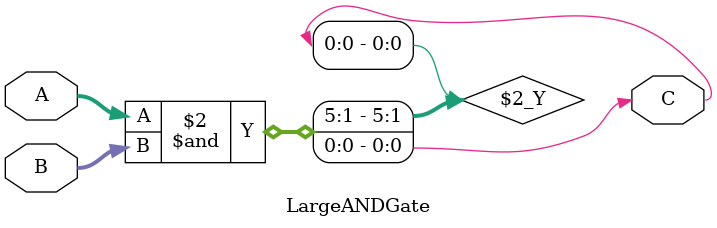
<source format=v>
/******************************************************************
* Description
*		This is an AND gate:
* Version:
*	1.0
* Author:
*	Dr. José Luis Pizano Escalante
* email:
*	luispizano@iteso.mx
* Date:
*	01/03/2014
******************************************************************/
module LargeANDGate
(
	input [5:0] A,
	input [5:0] B,
	output reg C
);

always@(*)
	C = A & B;

endmodule
</source>
